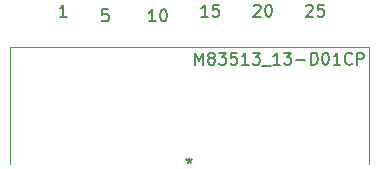
<source format=gbr>
%TF.GenerationSoftware,KiCad,Pcbnew,(5.1.10)-1*%
%TF.CreationDate,2021-10-07T14:53:58-07:00*%
%TF.ProjectId,RC_Filter_Dsub,52435f46-696c-4746-9572-5f447375622e,1*%
%TF.SameCoordinates,Original*%
%TF.FileFunction,Legend,Top*%
%TF.FilePolarity,Positive*%
%FSLAX46Y46*%
G04 Gerber Fmt 4.6, Leading zero omitted, Abs format (unit mm)*
G04 Created by KiCad (PCBNEW (5.1.10)-1) date 2021-10-07 14:53:58*
%MOMM*%
%LPD*%
G01*
G04 APERTURE LIST*
%ADD10C,0.120000*%
%ADD11C,0.150000*%
G04 APERTURE END LIST*
D10*
%TO.C,J1*%
X159981900Y-124460000D02*
X159981900Y-114554000D01*
X129578100Y-114554000D02*
X129578100Y-124460000D01*
X159981900Y-114554000D02*
X129578100Y-114554000D01*
D11*
X145280952Y-116022380D02*
X145280952Y-115022380D01*
X145614285Y-115736666D01*
X145947619Y-115022380D01*
X145947619Y-116022380D01*
X146566666Y-115450952D02*
X146471428Y-115403333D01*
X146423809Y-115355714D01*
X146376190Y-115260476D01*
X146376190Y-115212857D01*
X146423809Y-115117619D01*
X146471428Y-115070000D01*
X146566666Y-115022380D01*
X146757142Y-115022380D01*
X146852380Y-115070000D01*
X146900000Y-115117619D01*
X146947619Y-115212857D01*
X146947619Y-115260476D01*
X146900000Y-115355714D01*
X146852380Y-115403333D01*
X146757142Y-115450952D01*
X146566666Y-115450952D01*
X146471428Y-115498571D01*
X146423809Y-115546190D01*
X146376190Y-115641428D01*
X146376190Y-115831904D01*
X146423809Y-115927142D01*
X146471428Y-115974761D01*
X146566666Y-116022380D01*
X146757142Y-116022380D01*
X146852380Y-115974761D01*
X146900000Y-115927142D01*
X146947619Y-115831904D01*
X146947619Y-115641428D01*
X146900000Y-115546190D01*
X146852380Y-115498571D01*
X146757142Y-115450952D01*
X147280952Y-115022380D02*
X147900000Y-115022380D01*
X147566666Y-115403333D01*
X147709523Y-115403333D01*
X147804761Y-115450952D01*
X147852380Y-115498571D01*
X147900000Y-115593809D01*
X147900000Y-115831904D01*
X147852380Y-115927142D01*
X147804761Y-115974761D01*
X147709523Y-116022380D01*
X147423809Y-116022380D01*
X147328571Y-115974761D01*
X147280952Y-115927142D01*
X148804761Y-115022380D02*
X148328571Y-115022380D01*
X148280952Y-115498571D01*
X148328571Y-115450952D01*
X148423809Y-115403333D01*
X148661904Y-115403333D01*
X148757142Y-115450952D01*
X148804761Y-115498571D01*
X148852380Y-115593809D01*
X148852380Y-115831904D01*
X148804761Y-115927142D01*
X148757142Y-115974761D01*
X148661904Y-116022380D01*
X148423809Y-116022380D01*
X148328571Y-115974761D01*
X148280952Y-115927142D01*
X149804761Y-116022380D02*
X149233333Y-116022380D01*
X149519047Y-116022380D02*
X149519047Y-115022380D01*
X149423809Y-115165238D01*
X149328571Y-115260476D01*
X149233333Y-115308095D01*
X150138095Y-115022380D02*
X150757142Y-115022380D01*
X150423809Y-115403333D01*
X150566666Y-115403333D01*
X150661904Y-115450952D01*
X150709523Y-115498571D01*
X150757142Y-115593809D01*
X150757142Y-115831904D01*
X150709523Y-115927142D01*
X150661904Y-115974761D01*
X150566666Y-116022380D01*
X150280952Y-116022380D01*
X150185714Y-115974761D01*
X150138095Y-115927142D01*
X150947619Y-116117619D02*
X151709523Y-116117619D01*
X152471428Y-116022380D02*
X151900000Y-116022380D01*
X152185714Y-116022380D02*
X152185714Y-115022380D01*
X152090476Y-115165238D01*
X151995238Y-115260476D01*
X151900000Y-115308095D01*
X152804761Y-115022380D02*
X153423809Y-115022380D01*
X153090476Y-115403333D01*
X153233333Y-115403333D01*
X153328571Y-115450952D01*
X153376190Y-115498571D01*
X153423809Y-115593809D01*
X153423809Y-115831904D01*
X153376190Y-115927142D01*
X153328571Y-115974761D01*
X153233333Y-116022380D01*
X152947619Y-116022380D01*
X152852380Y-115974761D01*
X152804761Y-115927142D01*
X153852380Y-115641428D02*
X154614285Y-115641428D01*
X155090476Y-116022380D02*
X155090476Y-115022380D01*
X155328571Y-115022380D01*
X155471428Y-115070000D01*
X155566666Y-115165238D01*
X155614285Y-115260476D01*
X155661904Y-115450952D01*
X155661904Y-115593809D01*
X155614285Y-115784285D01*
X155566666Y-115879523D01*
X155471428Y-115974761D01*
X155328571Y-116022380D01*
X155090476Y-116022380D01*
X156280952Y-115022380D02*
X156376190Y-115022380D01*
X156471428Y-115070000D01*
X156519047Y-115117619D01*
X156566666Y-115212857D01*
X156614285Y-115403333D01*
X156614285Y-115641428D01*
X156566666Y-115831904D01*
X156519047Y-115927142D01*
X156471428Y-115974761D01*
X156376190Y-116022380D01*
X156280952Y-116022380D01*
X156185714Y-115974761D01*
X156138095Y-115927142D01*
X156090476Y-115831904D01*
X156042857Y-115641428D01*
X156042857Y-115403333D01*
X156090476Y-115212857D01*
X156138095Y-115117619D01*
X156185714Y-115070000D01*
X156280952Y-115022380D01*
X157566666Y-116022380D02*
X156995238Y-116022380D01*
X157280952Y-116022380D02*
X157280952Y-115022380D01*
X157185714Y-115165238D01*
X157090476Y-115260476D01*
X156995238Y-115308095D01*
X158566666Y-115927142D02*
X158519047Y-115974761D01*
X158376190Y-116022380D01*
X158280952Y-116022380D01*
X158138095Y-115974761D01*
X158042857Y-115879523D01*
X157995238Y-115784285D01*
X157947619Y-115593809D01*
X157947619Y-115450952D01*
X157995238Y-115260476D01*
X158042857Y-115165238D01*
X158138095Y-115070000D01*
X158280952Y-115022380D01*
X158376190Y-115022380D01*
X158519047Y-115070000D01*
X158566666Y-115117619D01*
X158995238Y-116022380D02*
X158995238Y-115022380D01*
X159376190Y-115022380D01*
X159471428Y-115070000D01*
X159519047Y-115117619D01*
X159566666Y-115212857D01*
X159566666Y-115355714D01*
X159519047Y-115450952D01*
X159471428Y-115498571D01*
X159376190Y-115546190D01*
X158995238Y-115546190D01*
X144780000Y-123912380D02*
X144780000Y-124150476D01*
X144541904Y-124055238D02*
X144780000Y-124150476D01*
X145018095Y-124055238D01*
X144637142Y-124340952D02*
X144780000Y-124150476D01*
X144922857Y-124340952D01*
%TO.C,1*%
X134397714Y-111958380D02*
X133826285Y-111958380D01*
X134112000Y-111958380D02*
X134112000Y-110958380D01*
X134016761Y-111101238D01*
X133921523Y-111196476D01*
X133826285Y-111244095D01*
%TO.C,5*%
X137906095Y-111339380D02*
X137429904Y-111339380D01*
X137382285Y-111815571D01*
X137429904Y-111767952D01*
X137525142Y-111720333D01*
X137763238Y-111720333D01*
X137858476Y-111767952D01*
X137906095Y-111815571D01*
X137953714Y-111910809D01*
X137953714Y-112148904D01*
X137906095Y-112244142D01*
X137858476Y-112291761D01*
X137763238Y-112339380D01*
X137525142Y-112339380D01*
X137429904Y-112291761D01*
X137382285Y-112244142D01*
%TO.C,10*%
X141922523Y-112339380D02*
X141351095Y-112339380D01*
X141636809Y-112339380D02*
X141636809Y-111339380D01*
X141541571Y-111482238D01*
X141446333Y-111577476D01*
X141351095Y-111625095D01*
X142541571Y-111339380D02*
X142636809Y-111339380D01*
X142732047Y-111387000D01*
X142779666Y-111434619D01*
X142827285Y-111529857D01*
X142874904Y-111720333D01*
X142874904Y-111958428D01*
X142827285Y-112148904D01*
X142779666Y-112244142D01*
X142732047Y-112291761D01*
X142636809Y-112339380D01*
X142541571Y-112339380D01*
X142446333Y-112291761D01*
X142398714Y-112244142D01*
X142351095Y-112148904D01*
X142303476Y-111958428D01*
X142303476Y-111720333D01*
X142351095Y-111529857D01*
X142398714Y-111434619D01*
X142446333Y-111387000D01*
X142541571Y-111339380D01*
%TO.C,15*%
X146367523Y-111958380D02*
X145796095Y-111958380D01*
X146081809Y-111958380D02*
X146081809Y-110958380D01*
X145986571Y-111101238D01*
X145891333Y-111196476D01*
X145796095Y-111244095D01*
X147272285Y-110958380D02*
X146796095Y-110958380D01*
X146748476Y-111434571D01*
X146796095Y-111386952D01*
X146891333Y-111339333D01*
X147129428Y-111339333D01*
X147224666Y-111386952D01*
X147272285Y-111434571D01*
X147319904Y-111529809D01*
X147319904Y-111767904D01*
X147272285Y-111863142D01*
X147224666Y-111910761D01*
X147129428Y-111958380D01*
X146891333Y-111958380D01*
X146796095Y-111910761D01*
X146748476Y-111863142D01*
%TO.C,20*%
X150241095Y-111053619D02*
X150288714Y-111006000D01*
X150383952Y-110958380D01*
X150622047Y-110958380D01*
X150717285Y-111006000D01*
X150764904Y-111053619D01*
X150812523Y-111148857D01*
X150812523Y-111244095D01*
X150764904Y-111386952D01*
X150193476Y-111958380D01*
X150812523Y-111958380D01*
X151431571Y-110958380D02*
X151526809Y-110958380D01*
X151622047Y-111006000D01*
X151669666Y-111053619D01*
X151717285Y-111148857D01*
X151764904Y-111339333D01*
X151764904Y-111577428D01*
X151717285Y-111767904D01*
X151669666Y-111863142D01*
X151622047Y-111910761D01*
X151526809Y-111958380D01*
X151431571Y-111958380D01*
X151336333Y-111910761D01*
X151288714Y-111863142D01*
X151241095Y-111767904D01*
X151193476Y-111577428D01*
X151193476Y-111339333D01*
X151241095Y-111148857D01*
X151288714Y-111053619D01*
X151336333Y-111006000D01*
X151431571Y-110958380D01*
%TO.C,25*%
X154686095Y-111053619D02*
X154733714Y-111006000D01*
X154828952Y-110958380D01*
X155067047Y-110958380D01*
X155162285Y-111006000D01*
X155209904Y-111053619D01*
X155257523Y-111148857D01*
X155257523Y-111244095D01*
X155209904Y-111386952D01*
X154638476Y-111958380D01*
X155257523Y-111958380D01*
X156162285Y-110958380D02*
X155686095Y-110958380D01*
X155638476Y-111434571D01*
X155686095Y-111386952D01*
X155781333Y-111339333D01*
X156019428Y-111339333D01*
X156114666Y-111386952D01*
X156162285Y-111434571D01*
X156209904Y-111529809D01*
X156209904Y-111767904D01*
X156162285Y-111863142D01*
X156114666Y-111910761D01*
X156019428Y-111958380D01*
X155781333Y-111958380D01*
X155686095Y-111910761D01*
X155638476Y-111863142D01*
%TD*%
M02*

</source>
